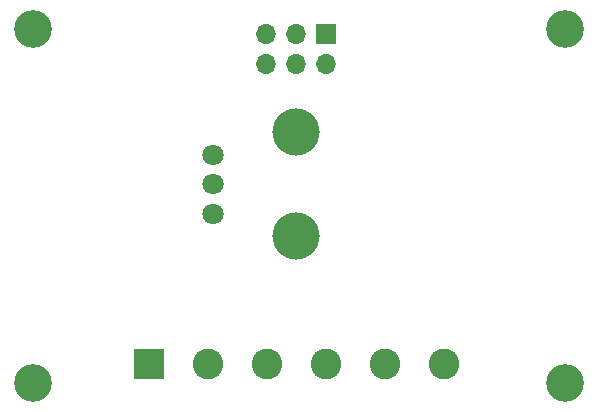
<source format=gbr>
%TF.GenerationSoftware,KiCad,Pcbnew,5.1.9-73d0e3b20d~88~ubuntu20.04.1*%
%TF.CreationDate,2021-04-09T22:55:46+02:00*%
%TF.ProjectId,hardware,68617264-7761-4726-952e-6b696361645f,rev?*%
%TF.SameCoordinates,Original*%
%TF.FileFunction,Soldermask,Bot*%
%TF.FilePolarity,Negative*%
%FSLAX46Y46*%
G04 Gerber Fmt 4.6, Leading zero omitted, Abs format (unit mm)*
G04 Created by KiCad (PCBNEW 5.1.9-73d0e3b20d~88~ubuntu20.04.1) date 2021-04-09 22:55:46*
%MOMM*%
%LPD*%
G01*
G04 APERTURE LIST*
%ADD10R,2.600000X2.600000*%
%ADD11C,2.600000*%
%ADD12R,1.700000X1.700000*%
%ADD13O,1.700000X1.700000*%
%ADD14C,4.000000*%
%ADD15C,1.800000*%
%ADD16C,3.200000*%
G04 APERTURE END LIST*
D10*
%TO.C,J1*%
X82804000Y-152400000D03*
D11*
X87804000Y-152400000D03*
X92804000Y-152400000D03*
X97804000Y-152400000D03*
X102804000Y-152400000D03*
X107804000Y-152400000D03*
%TD*%
D12*
%TO.C,J2*%
X97790000Y-124460000D03*
D13*
X97790000Y-127000000D03*
X95250000Y-124460000D03*
X95250000Y-127000000D03*
X92710000Y-124460000D03*
X92710000Y-127000000D03*
%TD*%
D14*
%TO.C,RV1*%
X95250000Y-141560000D03*
X95250000Y-132760000D03*
D15*
X88250000Y-139660000D03*
X88250000Y-137160000D03*
X88250000Y-134660000D03*
%TD*%
D16*
%TO.C,H1*%
X73000000Y-154000000D03*
%TD*%
%TO.C,H2*%
X73000000Y-124000000D03*
%TD*%
%TO.C,H3*%
X118000000Y-124000000D03*
%TD*%
%TO.C,H4*%
X118000000Y-154000000D03*
%TD*%
M02*

</source>
